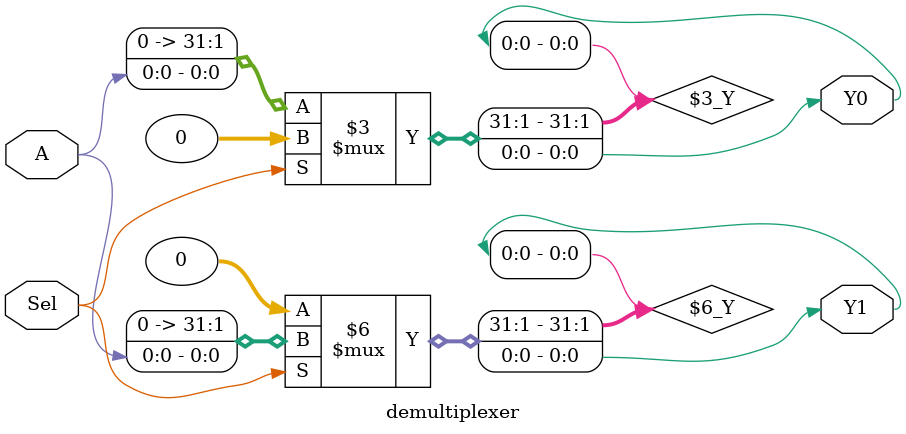
<source format=v>
module demultiplexer(
    input A,
    input Sel,
    output Y0,
    output Y1
);

assign Y0 = (Sel==0) ? A : 0;
assign Y1 = (Sel==1) ? A : 0;

endmodule

</source>
